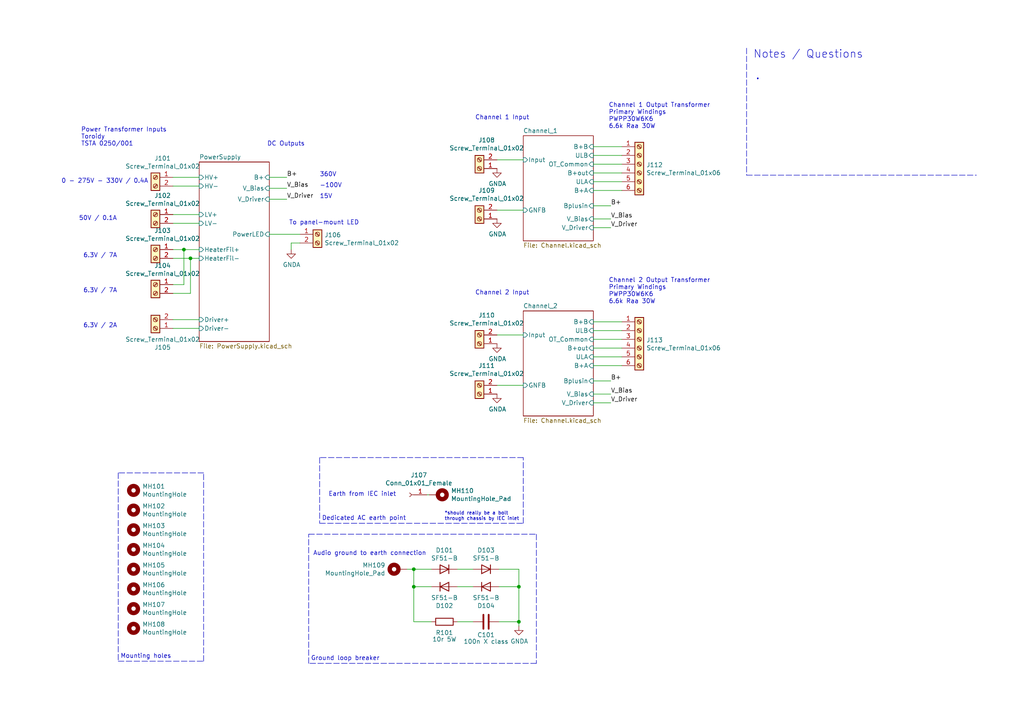
<source format=kicad_sch>
(kicad_sch (version 20211123) (generator eeschema)
  (paper "A4")
  (title_block (title "Baby Huey - \"Engineer's Version\"") (date "2021-04-25"))
  (lib_symbols
    (symbol "Connector:Conn_01x01_Female" (pin_names (offset 1.016) hide)
      (property "Reference" "J" (at 0 2.54 0))
      (property "Value" "Conn_01x01_Female" (at 0 -2.54 0))
      (symbol "Conn_01x01_Female_1_1"
        (polyline (pts (xy -1.27 0) (xy -0.508 0)) (stroke (width 0.1524)))
        (arc (start 0 0.508) (mid -0.508 0) (end 0 -0.508) (stroke (width 0.1524)))
        (pin passive line (at -5.08 0 0) (length 3.81) (name "Pin_1") (number "1"))
      )
    )
    (symbol "Connector:Screw_Terminal_01x02" (pin_names (offset 1.016) hide)
      (property "Reference" "J" (at 0 2.54 0))
      (property "Value" "Screw_Terminal_01x02" (at 0 -5.08 0))
      (symbol "Screw_Terminal_01x02_1_1"
        (rectangle (start -1.27 1.27) (end 1.27 -3.81) (stroke (width 0.254)) (fill (type background)))
        (circle (center 0 -2.54) (radius 0.635) (stroke (width 0.1524)))
        (polyline (pts (xy -0.5334 -2.2098) (xy 0.3302 -3.048)) (stroke (width 0.1524)))
        (polyline (pts (xy -0.5334 0.3302) (xy 0.3302 -0.508)) (stroke (width 0.1524)))
        (polyline (pts (xy -0.3556 -2.032) (xy 0.508 -2.8702)) (stroke (width 0.1524)))
        (polyline (pts (xy -0.3556 0.508) (xy 0.508 -0.3302)) (stroke (width 0.1524)))
        (circle (center 0 0) (radius 0.635) (stroke (width 0.1524)))
        (pin passive line (at -5.08 0 0) (length 3.81) (name "Pin_1") (number "1"))
        (pin passive line (at -5.08 -2.54 0) (length 3.81) (name "Pin_2") (number "2"))
      )
    )
    (symbol "Connector:Screw_Terminal_01x06" (pin_names (offset 1.016) hide)
      (property "Reference" "J" (at 0 7.62 0))
      (property "Value" "Screw_Terminal_01x06" (at 0 -10.16 0))
      (symbol "Screw_Terminal_01x06_1_1"
        (rectangle (start -1.27 6.35) (end 1.27 -8.89) (stroke (width 0.254)) (fill (type background)))
        (circle (center 0 -7.62) (radius 0.635) (stroke (width 0.1524)))
        (circle (center 0 -5.08) (radius 0.635) (stroke (width 0.1524)))
        (circle (center 0 -2.54) (radius 0.635) (stroke (width 0.1524)))
        (polyline (pts (xy -0.5334 -7.2898) (xy 0.3302 -8.128)) (stroke (width 0.1524)))
        (polyline (pts (xy -0.5334 -4.7498) (xy 0.3302 -5.588)) (stroke (width 0.1524)))
        (polyline (pts (xy -0.5334 -2.2098) (xy 0.3302 -3.048)) (stroke (width 0.1524)))
        (polyline (pts (xy -0.5334 0.3302) (xy 0.3302 -0.508)) (stroke (width 0.1524)))
        (polyline (pts (xy -0.5334 2.8702) (xy 0.3302 2.032)) (stroke (width 0.1524)))
        (polyline (pts (xy -0.5334 5.4102) (xy 0.3302 4.572)) (stroke (width 0.1524)))
        (polyline (pts (xy -0.3556 -7.112) (xy 0.508 -7.9502)) (stroke (width 0.1524)))
        (polyline (pts (xy -0.3556 -4.572) (xy 0.508 -5.4102)) (stroke (width 0.1524)))
        (polyline (pts (xy -0.3556 -2.032) (xy 0.508 -2.8702)) (stroke (width 0.1524)))
        (polyline (pts (xy -0.3556 0.508) (xy 0.508 -0.3302)) (stroke (width 0.1524)))
        (polyline (pts (xy -0.3556 3.048) (xy 0.508 2.2098)) (stroke (width 0.1524)))
        (polyline (pts (xy -0.3556 5.588) (xy 0.508 4.7498)) (stroke (width 0.1524)))
        (circle (center 0 0) (radius 0.635) (stroke (width 0.1524)))
        (circle (center 0 2.54) (radius 0.635) (stroke (width 0.1524)))
        (circle (center 0 5.08) (radius 0.635) (stroke (width 0.1524)))
        (pin passive line (at -5.08 5.08 0) (length 3.81) (name "Pin_1") (number "1"))
        (pin passive line (at -5.08 2.54 0) (length 3.81) (name "Pin_2") (number "2"))
        (pin passive line (at -5.08 0 0) (length 3.81) (name "Pin_3") (number "3"))
        (pin passive line (at -5.08 -2.54 0) (length 3.81) (name "Pin_4") (number "4"))
        (pin passive line (at -5.08 -5.08 0) (length 3.81) (name "Pin_5") (number "5"))
        (pin passive line (at -5.08 -7.62 0) (length 3.81) (name "Pin_6") (number "6"))
      )
    )
    (symbol "Device:C" (pin_numbers hide) (pin_names (offset 0.254))
      (property "Reference" "C" (at 0.635 2.54 0))
      (property "Value" "C" (at 0.635 -2.54 0))
      (symbol "C_0_1"
        (polyline (pts (xy -2.032 -0.762) (xy 2.032 -0.762)) (stroke (width 0.508)))
        (polyline (pts (xy -2.032 0.762) (xy 2.032 0.762)) (stroke (width 0.508)))
      )
      (symbol "C_1_1"
        (pin passive line (at 0 3.81 270) (length 2.794) (name "~") (number "1"))
        (pin passive line (at 0 -3.81 90) (length 2.794) (name "~") (number "2"))
      )
    )
    (symbol "Device:D" (pin_numbers hide) (pin_names (offset 1.016) hide)
      (property "Reference" "D" (at 0 2.54 0))
      (property "Value" "D" (at 0 -2.54 0))
      (symbol "D_0_1"
        (polyline (pts (xy -1.27 1.27) (xy -1.27 -1.27)) (stroke (width 0.254)))
        (polyline (pts (xy 1.27 0) (xy -1.27 0)))
        (polyline (pts (xy 1.27 1.27) (xy 1.27 -1.27) (xy -1.27 0) (xy 1.27 1.27)) (stroke (width 0.254)))
      )
      (symbol "D_1_1"
        (pin passive line (at -3.81 0 0) (length 2.54) (name "K") (number "1"))
        (pin passive line (at 3.81 0 180) (length 2.54) (name "A") (number "2"))
      )
    )
    (symbol "Device:R" (pin_numbers hide) (pin_names (offset 0))
      (property "Reference" "R" (at 2.032 0 90))
      (property "Value" "R" (at 0 0 90))
      (symbol "R_0_1"
        (rectangle (start -1.016 -2.54) (end 1.016 2.54) (stroke (width 0.254)))
      )
      (symbol "R_1_1"
        (pin passive line (at 0 3.81 270) (length 1.27) (name "~") (number "1"))
        (pin passive line (at 0 -3.81 90) (length 1.27) (name "~") (number "2"))
      )
    )
    (symbol "Mechanical:MountingHole" (pin_names (offset 1.016))
      (property "Reference" "H" (at 0 5.08 0))
      (property "Value" "MountingHole" (at 0 3.175 0))
      (symbol "MountingHole_0_1"
        (circle (center 0 0) (radius 1.27) (stroke (width 1.27)))
      )
    )
    (symbol "Mechanical:MountingHole_Pad" (pin_numbers hide) (pin_names (offset 1.016) hide)
      (property "Reference" "H" (at 0 6.35 0))
      (property "Value" "MountingHole_Pad" (at 0 4.445 0))
      (symbol "MountingHole_Pad_0_1"
        (circle (center 0 1.27) (radius 1.27) (stroke (width 1.27)))
      )
      (symbol "MountingHole_Pad_1_1"
        (pin input line (at 0 -2.54 90) (length 2.54) (name "1") (number "1"))
      )
    )
    (symbol "power:GNDA" (power) (pin_names (offset 0))
      (property "Value" "GNDA" (at 0 -3.81 0))
      (symbol "GNDA_0_1"
        (polyline (pts (xy 0 0) (xy 0 -1.27) (xy 1.27 -1.27) (xy 0 -2.54) (xy -1.27 -1.27) (xy 0 -1.27)))
      )
      (symbol "GNDA_1_1"
        (pin power_in line (at 0 0 270) (length 0) hide (name "GNDA") (number "1"))
      )
    )
  )
  (junction (at 55.245 74.93))
  (junction (at 150.495 180.34))
  (junction (at 120.015 170.18))
  (junction (at 120.015 165.1))
  (junction (at 53.34 72.39))
  (junction (at 150.495 170.18))
  (polyline (pts (xy 59.055 137.16) (xy 34.29 137.16)))
  (wire (pts (xy 144.78 165.1) (xy 150.495 165.1)))
  (wire (pts (xy 78.105 51.435) (xy 83.185 51.435)))
  (wire (pts (xy 120.015 170.18) (xy 125.095 170.18)))
  (wire (pts (xy 78.105 57.785) (xy 83.185 57.785)))
  (wire (pts (xy 50.165 92.71) (xy 57.785 92.71)))
  (wire (pts (xy 120.015 180.34) (xy 125.095 180.34)))
  (wire (pts (xy 144.145 46.355) (xy 151.765 46.355)))
  (polyline (pts (xy 216.535 50.8) (xy 283.21 50.8)))
  (wire (pts (xy 180.34 106.045) (xy 172.085 106.045)))
  (wire (pts (xy 172.085 116.84) (xy 177.165 116.84)))
  (polyline (pts (xy 34.29 137.16) (xy 34.29 191.77)))
  (wire (pts (xy 55.245 74.93) (xy 50.165 74.93)))
  (wire (pts (xy 120.015 165.1) (xy 118.11 165.1)))
  (wire (pts (xy 57.785 74.93) (xy 55.245 74.93)))
  (wire (pts (xy 50.165 64.77) (xy 57.785 64.77)))
  (wire (pts (xy 132.715 180.34) (xy 137.16 180.34)))
  (wire (pts (xy 180.34 50.165) (xy 172.085 50.165)))
  (wire (pts (xy 177.165 110.49) (xy 172.085 110.49)))
  (wire (pts (xy 50.165 95.25) (xy 57.785 95.25)))
  (wire (pts (xy 132.715 170.18) (xy 137.16 170.18)))
  (wire (pts (xy 55.245 85.09) (xy 55.245 74.93)))
  (wire (pts (xy 50.165 82.55) (xy 53.34 82.55)))
  (wire (pts (xy 84.455 72.39) (xy 84.455 70.485)))
  (wire (pts (xy 172.085 95.885) (xy 180.34 95.885)))
  (polyline (pts (xy 155.575 154.94) (xy 155.575 192.405)))
  (polyline (pts (xy 89.535 154.94) (xy 155.575 154.94)))
  (wire (pts (xy 144.145 97.155) (xy 151.765 97.155)))
  (wire (pts (xy 50.165 85.09) (xy 55.245 85.09)))
  (polyline (pts (xy 151.765 132.715) (xy 92.71 132.715)))
  (wire (pts (xy 172.085 98.425) (xy 180.34 98.425)))
  (wire (pts (xy 78.105 67.945) (xy 86.995 67.945)))
  (wire (pts (xy 144.145 111.76) (xy 151.765 111.76)))
  (wire (pts (xy 120.015 165.1) (xy 120.015 170.18)))
  (wire (pts (xy 172.085 47.625) (xy 180.34 47.625)))
  (wire (pts (xy 144.145 60.96) (xy 151.765 60.96)))
  (wire (pts (xy 132.715 165.1) (xy 137.16 165.1)))
  (wire (pts (xy 172.085 52.705) (xy 180.34 52.705)))
  (wire (pts (xy 50.165 72.39) (xy 53.34 72.39)))
  (wire (pts (xy 144.78 180.34) (xy 150.495 180.34)))
  (wire (pts (xy 53.34 82.55) (xy 53.34 72.39)))
  (polyline (pts (xy 92.71 151.765) (xy 151.765 151.765)))
  (wire (pts (xy 144.78 170.18) (xy 150.495 170.18)))
  (polyline (pts (xy 89.535 192.405) (xy 89.535 154.94)))
  (polyline (pts (xy 34.29 191.77) (xy 59.055 191.77)))
  (polyline (pts (xy 59.055 191.77) (xy 59.055 137.16)))
  (wire (pts (xy 177.165 114.3) (xy 172.085 114.3)))
  (wire (pts (xy 78.105 54.61) (xy 83.185 54.61)))
  (wire (pts (xy 120.015 170.18) (xy 120.015 180.34)))
  (polyline (pts (xy 151.765 151.765) (xy 151.765 132.715)))
  (wire (pts (xy 123.825 143.51) (xy 124.46 143.51)))
  (wire (pts (xy 57.785 62.23) (xy 50.165 62.23)))
  (wire (pts (xy 50.165 53.975) (xy 57.785 53.975)))
  (wire (pts (xy 172.085 103.505) (xy 180.34 103.505)))
  (wire (pts (xy 180.34 55.245) (xy 172.085 55.245)))
  (wire (pts (xy 177.165 59.69) (xy 172.085 59.69)))
  (wire (pts (xy 150.495 165.1) (xy 150.495 170.18)))
  (polyline (pts (xy 155.575 192.405) (xy 89.535 192.405)))
  (wire (pts (xy 177.165 66.04) (xy 172.085 66.04)))
  (wire (pts (xy 172.085 45.085) (xy 180.34 45.085)))
  (wire (pts (xy 53.34 72.39) (xy 57.785 72.39)))
  (polyline (pts (xy 92.71 132.715) (xy 92.71 151.765)))
  (polyline (pts (xy 216.535 13.97) (xy 216.535 50.8)))
  (wire (pts (xy 180.34 93.345) (xy 172.085 93.345)))
  (wire (pts (xy 50.165 51.435) (xy 57.785 51.435)))
  (wire (pts (xy 84.455 70.485) (xy 86.995 70.485)))
  (wire (pts (xy 180.34 42.545) (xy 172.085 42.545)))
  (wire (pts (xy 150.495 180.34) (xy 150.495 181.61)))
  (wire (pts (xy 125.095 165.1) (xy 120.015 165.1)))
  (wire (pts (xy 150.495 180.34) (xy 150.495 170.18)))
  (wire (pts (xy 180.34 100.965) (xy 172.085 100.965)))
  (wire (pts (xy 172.085 63.5) (xy 177.165 63.5)))
  (text "-100V" (at 92.71 54.61 0) (effects (font (size 1.27 1.27)) (justify left bottom)))
  (text "DC Outputs" (at 77.47 42.545 0) (effects (font (size 1.27 1.27)) (justify left bottom)))
  (text "Ground loop breaker" (at 90.17 191.77 0) (effects (font (size 1.27 1.27)) (justify left bottom)))
  (text "Channel 2 Input" (at 137.795 85.725 0) (effects (font (size 1.27 1.27)) (justify left bottom)))
  (text "• " (at 219.075 23.495 0) (effects (font (size 0.9906 0.9906)) (justify left bottom)))
  (text "0 - 275V - 330V / 0.4A" (at 17.78 53.34 0) (effects (font (size 1.27 1.27)) (justify left bottom)))
  (text "Channel 1 Output Transformer\nPrimary Windings\nPWPP30W6K6\n6.6k Raa 30W" (at 176.53 37.465 0) (effects (font (size 1.27 1.27)) (justify left bottom)))
  (text "Earth from IEC inlet" (at 95.25 144.145 0) (effects (font (size 1.27 1.27)) (justify left bottom)))
  (text "Notes / Questions" (at 218.44 17.145 0) (effects (font (size 2.2606 2.2606)) (justify left bottom)))
  (text "360V" (at 92.71 51.435 0) (effects (font (size 1.27 1.27)) (justify left bottom)))
  (text "To panel-mount LED" (at 83.82 65.405 0) (effects (font (size 1.27 1.27)) (justify left bottom)))
  (text "6.3V / 7A" (at 24.13 85.09 0) (effects (font (size 1.27 1.27)) (justify left bottom)))
  (text "15V" (at 92.71 57.785 0) (effects (font (size 1.27 1.27)) (justify left bottom)))
  (text "Channel 1 Input" (at 137.795 34.925 0) (effects (font (size 1.27 1.27)) (justify left bottom)))
  (text "50V / 0.1A" (at 22.86 64.135 0) (effects (font (size 1.27 1.27)) (justify left bottom)))
  (text "6.3V / 2A" (at 24.13 95.25 0) (effects (font (size 1.27 1.27)) (justify left bottom)))
  (text "Audio ground to earth connection" (at 90.805 161.29 0) (effects (font (size 1.27 1.27)) (justify left bottom)))
  (text "Power Transformer Inputs\nToroidy\nTSTA 0250/001" (at 23.495 42.545 0) (effects (font (size 1.27 1.27)) (justify left bottom)))
  (text "*should really be a bolt\nthrough chassis by IEC inlet" (at 128.905 151.13 0) (effects (font (size 0.9906 0.9906)) (justify left bottom)))
  (text "Dedicated AC earth point" (at 93.345 151.13 0) (effects (font (size 1.27 1.27)) (justify left bottom)))
  (text "6.3V / 7A" (at 24.13 74.93 0) (effects (font (size 1.27 1.27)) (justify left bottom)))
  (text "Mounting holes" (at 34.925 191.135 0) (effects (font (size 1.27 1.27)) (justify left bottom)))
  (text "Channel 2 Output Transformer\nPrimary Windings\nPWPP30W6K6\n6.6k Raa 30W" (at 176.53 88.265 0) (effects (font (size 1.27 1.27)) (justify left bottom)))
  (label "V_Driver" (at 177.165 116.84 0))
  (label "V_Bias" (at 177.165 114.3 0))
  (label "B+" (at 177.165 110.49 0))
  (label "V_Bias" (at 83.185 54.61 0))
  (label "B+" (at 177.165 59.69 0))
  (label "B+" (at 83.185 51.435 0))
  (label "V_Bias" (at 177.165 63.5 0))
  (label "V_Driver" (at 83.185 57.785 0))
  (label "V_Driver" (at 177.165 66.04 0))
  (symbol (lib_id "Mechanical:MountingHole") (at 38.735 159.385 0) (unit 1) (in_bom no)
    (property "Reference" "MH104" (at 41.275 158.2166 0) (effects (justify left)))
    (property "Value" "MountingHole" (at 41.275 160.528 0) (effects (justify left)))
    (property "Footprint" "MountingHole:MountingHole_3.2mm_M3" (effects hide))
  )
  (symbol (lib_id "Mechanical:MountingHole") (at 38.735 165.1 0) (unit 1) (in_bom no)
    (property "Reference" "MH105" (at 41.275 163.9316 0) (effects (justify left)))
    (property "Value" "MountingHole" (at 41.275 166.243 0) (effects (justify left)))
    (property "Footprint" "MountingHole:MountingHole_3.2mm_M3" (effects hide))
  )
  (symbol (lib_id "Mechanical:MountingHole") (at 38.735 170.815 0) (unit 1) (in_bom no)
    (property "Reference" "MH106" (at 41.275 169.6466 0) (effects (justify left)))
    (property "Value" "MountingHole" (at 41.275 171.958 0) (effects (justify left)))
    (property "Footprint" "MountingHole:MountingHole_3.2mm_M3" (effects hide))
  )
  (symbol (lib_id "Device:R") (at 128.905 180.34 270) (mirror x) (unit 1)
    (property "Reference" "R101" (at 128.905 183.515 90))
    (property "Value" "10r 5W" (at 128.905 185.42 90))
    (property "Footprint" "Resistor_THT:R_Axial_Power_L25.0mm_W9.0mm_P30.48mm" (effects hide))
    (property "mpn" "RS00510R00FE73" (effects hide))
  )
  (symbol (lib_id "Device:C") (at 140.97 180.34 90) (unit 1)
    (property "Reference" "C101" (at 140.97 184.15 90))
    (property "Value" "100n X class" (at 140.97 186.055 90))
    (property "Footprint" "Capacitor_THT:C_Rect_L18.0mm_W6.0mm_P15.00mm_FKS3_FKP3" (effects hide))
    (property "mpn" "R463I315040H2M" (effects hide))
  )
  (symbol (lib_id "Connector:Screw_Terminal_01x02") (at 92.075 67.945 0) (unit 1)
    (property "Reference" "J106" (at 94.107 68.1482 0) (effects (justify left)))
    (property "Value" "Screw_Terminal_01x02" (at 94.107 70.4596 0) (effects (justify left)))
    (property "Footprint" "TerminalBlock_Phoenix:TerminalBlock_Phoenix_PT-1,5-2-5.0-H_1x02_P5.00mm_Horizontal" (effects hide))
    (property "mpn" "5441537" (effects hide))
  )
  (symbol (lib_id "Connector:Screw_Terminal_01x06") (at 185.42 47.625 0) (unit 1)
    (property "Reference" "J112" (at 187.452 47.8282 0) (effects (justify left)))
    (property "Value" "Screw_Terminal_01x06" (at 187.452 50.1396 0) (effects (justify left)))
    (property "Footprint" "TerminalBlock_RND:TerminalBlock_RND_205-00302_1x06_P10.00mm_Horizontal" (effects hide))
    (property "mpn" "282838-6" (effects hide))
  )
  (symbol (lib_id "Connector:Screw_Terminal_01x02") (at 139.065 48.895 180) (unit 1)
    (property "Reference" "J108" (at 141.1478 40.64 0))
    (property "Value" "Screw_Terminal_01x02" (at 141.1478 42.9514 0))
    (property "Footprint" "TerminalBlock_Phoenix:TerminalBlock_Phoenix_PT-1,5-2-5.0-H_1x02_P5.00mm_Horizontal" (effects hide))
    (property "mpn" "5441537" (effects hide))
  )
  (symbol (lib_id "Connector:Screw_Terminal_01x02") (at 139.065 63.5 180) (unit 1)
    (property "Reference" "J109" (at 141.1478 55.245 0))
    (property "Value" "Screw_Terminal_01x02" (at 141.1478 57.5564 0))
    (property "Footprint" "TerminalBlock_Phoenix:TerminalBlock_Phoenix_PT-1,5-2-5.0-H_1x02_P5.00mm_Horizontal" (effects hide))
    (property "mpn" "5441537" (effects hide))
  )
  (symbol (lib_id "Connector:Screw_Terminal_01x02") (at 45.085 51.435 0) (mirror y) (unit 1)
    (property "Reference" "J101" (at 47.1678 45.9232 0))
    (property "Value" "Screw_Terminal_01x02" (at 47.1678 48.2346 0))
    (property "Footprint" "TerminalBlock_Phoenix:TerminalBlock_Phoenix_PT-1,5-2-5.0-H_1x02_P5.00mm_Horizontal" (effects hide))
    (property "mpn" "5441537" (effects hide))
  )
  (symbol (lib_id "Connector:Screw_Terminal_01x02") (at 45.085 62.23 0) (mirror y) (unit 1)
    (property "Reference" "J102" (at 47.1678 56.7182 0))
    (property "Value" "Screw_Terminal_01x02" (at 47.1678 59.0296 0))
    (property "Footprint" "TerminalBlock_Phoenix:TerminalBlock_Phoenix_PT-1,5-2-5.0-H_1x02_P5.00mm_Horizontal" (effects hide))
    (property "mpn" "5441537" (effects hide))
  )
  (symbol (lib_id "Connector:Screw_Terminal_01x02") (at 45.085 72.39 0) (mirror y) (unit 1)
    (property "Reference" "J103" (at 47.1678 66.8782 0))
    (property "Value" "Screw_Terminal_01x02" (at 47.1678 69.1896 0))
    (property "Footprint" "TerminalBlock_Phoenix:TerminalBlock_Phoenix_PT-1,5-2-5.0-H_1x02_P5.00mm_Horizontal" (effects hide))
    (property "mpn" "5441537" (effects hide))
  )
  (symbol (lib_id "Connector:Screw_Terminal_01x02") (at 45.085 82.55 0) (mirror y) (unit 1)
    (property "Reference" "J104" (at 47.1678 77.0382 0))
    (property "Value" "Screw_Terminal_01x02" (at 47.1678 79.3496 0))
    (property "Footprint" "TerminalBlock_Phoenix:TerminalBlock_Phoenix_PT-1,5-2-5.0-H_1x02_P5.00mm_Horizontal" (effects hide))
    (property "mpn" "5441537" (effects hide))
  )
  (symbol (lib_id "Connector:Screw_Terminal_01x02") (at 45.085 95.25 180) (unit 1)
    (property "Reference" "J105" (at 47.1678 100.7618 0))
    (property "Value" "Screw_Terminal_01x02" (at 47.1678 98.4504 0))
    (property "Footprint" "TerminalBlock_Phoenix:TerminalBlock_Phoenix_PT-1,5-2-5.0-H_1x02_P5.00mm_Horizontal" (effects hide))
    (property "mpn" "5441537" (effects hide))
  )
  (symbol (lib_id "power:GNDA") (at 144.145 99.695 0) (unit 1)
    (property "Reference" "#PWR0104" (effects hide))
    (property "Value" "GNDA" (at 144.272 104.0892 0))
  )
  (symbol (lib_id "power:GNDA") (at 144.145 114.3 0) (unit 1)
    (property "Reference" "#PWR0105" (effects hide))
    (property "Value" "GNDA" (at 144.272 118.6942 0))
  )
  (symbol (lib_id "Connector:Screw_Terminal_01x06") (at 185.42 98.425 0) (unit 1)
    (property "Reference" "J113" (at 187.452 98.6282 0) (effects (justify left)))
    (property "Value" "Screw_Terminal_01x06" (at 187.452 100.9396 0) (effects (justify left)))
    (property "Footprint" "TerminalBlock_RND:TerminalBlock_RND_205-00302_1x06_P10.00mm_Horizontal" (effects hide))
    (property "mpn" "282838-6" (effects hide))
  )
  (symbol (lib_id "Connector:Screw_Terminal_01x02") (at 139.065 99.695 180) (unit 1)
    (property "Reference" "J110" (at 141.1478 91.44 0))
    (property "Value" "Screw_Terminal_01x02" (at 141.1478 93.7514 0))
    (property "Footprint" "TerminalBlock_Phoenix:TerminalBlock_Phoenix_PT-1,5-2-5.0-H_1x02_P5.00mm_Horizontal" (effects hide))
    (property "mpn" "5441537" (effects hide))
  )
  (symbol (lib_id "Connector:Screw_Terminal_01x02") (at 139.065 114.3 180) (unit 1)
    (property "Reference" "J111" (at 141.1478 106.045 0))
    (property "Value" "Screw_Terminal_01x02" (at 141.1478 108.3564 0))
    (property "Footprint" "TerminalBlock_Phoenix:TerminalBlock_Phoenix_PT-1,5-2-5.0-H_1x02_P5.00mm_Horizontal" (effects hide))
    (property "mpn" "5441537" (effects hide))
  )
  (symbol (lib_id "Connector:Conn_01x01_Female") (at 118.745 143.51 180) (unit 1) (in_bom no)
    (property "Reference" "J107" (at 121.4882 137.795 0))
    (property "Value" "Conn_01x01_Female" (at 121.4882 140.1064 0))
    (property "Footprint" "Connector_Wire:SolderWire-1.5sqmm_1x01_D1.7mm_OD3mm" (effects hide))
  )
  (symbol (lib_id "power:GNDA") (at 84.455 72.39 0) (unit 1)
    (property "Reference" "#PWR0101" (effects hide))
    (property "Value" "GNDA" (at 84.582 76.7842 0))
  )
  (symbol (lib_id "Device:D") (at 128.905 165.1 180) (unit 1)
    (property "Reference" "D101" (at 128.905 159.5882 0))
    (property "Value" "SF51-B" (at 128.905 161.8996 0))
    (property "Footprint" "Diode_THT:D_DO-201AD_P15.24mm_Horizontal" (effects hide))
    (property "mpn" "SF51-B" (effects hide))
  )
  (symbol (lib_id "Device:D") (at 140.97 165.1 180) (unit 1)
    (property "Reference" "D103" (at 140.97 159.5882 0))
    (property "Value" "SF51-B" (at 140.97 161.8996 0))
    (property "Footprint" "Diode_THT:D_DO-201AD_P15.24mm_Horizontal" (effects hide))
    (property "mpn" "SF51-B" (effects hide))
  )
  (symbol (lib_id "Device:D") (at 140.97 170.18 0) (unit 1)
    (property "Reference" "D104" (at 140.97 175.6918 0))
    (property "Value" "SF51-B" (at 140.97 173.3804 0))
    (property "Footprint" "Diode_THT:D_DO-201AD_P15.24mm_Horizontal" (effects hide))
    (property "mpn" "SF51-B" (effects hide))
  )
  (symbol (lib_id "Device:D") (at 128.905 170.18 0) (unit 1)
    (property "Reference" "D102" (at 128.905 175.6918 0))
    (property "Value" "SF51-B" (at 128.905 173.3804 0))
    (property "Footprint" "Diode_THT:D_DO-201AD_P15.24mm_Horizontal" (effects hide))
    (property "mpn" "SF51-B" (effects hide))
  )
  (symbol (lib_id "power:GNDA") (at 150.495 181.61 0) (unit 1)
    (property "Reference" "#PWR0106" (effects hide))
    (property "Value" "GNDA" (at 150.622 186.0042 0))
  )
  (symbol (lib_id "Mechanical:MountingHole_Pad") (at 115.57 165.1 90) (mirror x) (unit 1) (in_bom no)
    (property "Reference" "MH109" (at 111.76 163.9316 90) (effects (justify left)))
    (property "Value" "MountingHole_Pad" (at 111.76 166.243 90) (effects (justify left)))
    (property "Footprint" "MountingHole:MountingHole_3.2mm_M3_Pad_Via" (effects hide))
  )
  (symbol (lib_id "power:GNDA") (at 144.145 48.895 0) (unit 1)
    (property "Reference" "#PWR0102" (effects hide))
    (property "Value" "GNDA" (at 144.272 53.2892 0))
  )
  (symbol (lib_id "power:GNDA") (at 144.145 63.5 0) (unit 1)
    (property "Reference" "#PWR0103" (effects hide))
    (property "Value" "GNDA" (at 144.272 67.8942 0))
  )
  (symbol (lib_id "Mechanical:MountingHole_Pad") (at 127 143.51 270) (unit 1) (in_bom no)
    (property "Reference" "MH110" (at 130.81 142.3416 90) (effects (justify left)))
    (property "Value" "MountingHole_Pad" (at 130.81 144.653 90) (effects (justify left)))
    (property "Footprint" "MountingHole:MountingHole_3.2mm_M3_Pad_Via" (effects hide))
  )
  (symbol (lib_id "Mechanical:MountingHole") (at 38.735 142.24 0) (unit 1) (in_bom no)
    (property "Reference" "MH101" (at 41.275 141.0716 0) (effects (justify left)))
    (property "Value" "MountingHole" (at 41.275 143.383 0) (effects (justify left)))
    (property "Footprint" "MountingHole:MountingHole_3.2mm_M3" (effects hide))
  )
  (symbol (lib_id "Mechanical:MountingHole") (at 38.735 147.955 0) (unit 1) (in_bom no)
    (property "Reference" "MH102" (at 41.275 146.7866 0) (effects (justify left)))
    (property "Value" "MountingHole" (at 41.275 149.098 0) (effects (justify left)))
    (property "Footprint" "MountingHole:MountingHole_3.2mm_M3" (effects hide))
  )
  (symbol (lib_id "Mechanical:MountingHole") (at 38.735 153.67 0) (unit 1) (in_bom no)
    (property "Reference" "MH103" (at 41.275 152.5016 0) (effects (justify left)))
    (property "Value" "MountingHole" (at 41.275 154.813 0) (effects (justify left)))
    (property "Footprint" "MountingHole:MountingHole_3.2mm_M3" (effects hide))
  )
  (symbol (lib_id "Mechanical:MountingHole") (at 38.735 176.53 0) (unit 1) (in_bom no)
    (property "Reference" "MH107" (at 41.275 175.3616 0) (effects (justify left)))
    (property "Value" "MountingHole" (at 41.275 177.673 0) (effects (justify left)))
    (property "Footprint" "MountingHole:MountingHole_3.2mm_M3" (effects hide))
  )
  (symbol (lib_id "Mechanical:MountingHole") (at 38.735 182.245 0) (unit 1) (in_bom no)
    (property "Reference" "MH108" (at 41.275 181.0766 0) (effects (justify left)))
    (property "Value" "MountingHole" (at 41.275 183.388 0) (effects (justify left)))
    (property "Footprint" "MountingHole:MountingHole_3.2mm_M3" (effects hide))
  )
  (sheet (at 151.765 39.37) (size 20.32 30.48)
    (property "Sheet name" "Channel_1" (at 151.765 38.6584 0) (effects (justify left bottom)))
    (property "Sheet file" "Channel.kicad_sch" (at 151.765 70.4346 0) (effects (justify left top)))
    (pin "B+A" input (at 172.085 55.245 0))
    (pin "B+B" input (at 172.085 42.545 0))
    (pin "ULA" input (at 172.085 52.705 0))
    (pin "ULB" input (at 172.085 45.085 0))
    (pin "Input" input (at 151.765 46.355 180))
    (pin "B+out" input (at 172.085 50.165 0))
    (pin "GNFB" input (at 151.765 60.96 180))
    (pin "V_Bias" input (at 172.085 63.5 0))
    (pin "V_Driver" input (at 172.085 66.04 0))
    (pin "OT_Common" input (at 172.085 47.625 0))
    (pin "Bplusin" input (at 172.085 59.69 0))
  )
  (sheet (at 151.765 90.17) (size 20.32 30.48)
    (property "Sheet name" "Channel_2" (at 151.765 89.4584 0) (effects (justify left bottom)))
    (property "Sheet file" "Channel.kicad_sch" (at 151.765 121.2346 0) (effects (justify left top)))
    (pin "B+A" input (at 172.085 106.045 0))
    (pin "B+B" input (at 172.085 93.345 0))
    (pin "ULA" input (at 172.085 103.505 0))
    (pin "ULB" input (at 172.085 95.885 0))
    (pin "Input" input (at 151.765 97.155 180))
    (pin "B+out" input (at 172.085 100.965 0))
    (pin "GNFB" input (at 151.765 111.76 180))
    (pin "V_Bias" input (at 172.085 114.3 0))
    (pin "V_Driver" input (at 172.085 116.84 0))
    (pin "OT_Common" input (at 172.085 98.425 0))
    (pin "Bplusin" input (at 172.085 110.49 0))
  )
  (sheet (at 57.785 46.99) (size 20.32 52.07)
    (property "Sheet name" "PowerSupply" (at 57.785 46.2784 0) (effects (justify left bottom)))
    (property "Sheet file" "PowerSupply.kicad_sch" (at 57.785 99.6446 0) (effects (justify left top)))
    (pin "B+" input (at 78.105 51.435 0))
    (pin "V_Bias" input (at 78.105 54.61 0))
    (pin "V_Driver" input (at 78.105 57.785 0))
    (pin "HV+" input (at 57.785 51.435 180))
    (pin "HV-" input (at 57.785 53.975 180))
    (pin "LV+" input (at 57.785 62.23 180))
    (pin "LV-" input (at 57.785 64.77 180))
    (pin "Driver+" input (at 57.785 92.71 180))
    (pin "Driver-" input (at 57.785 95.25 180))
    (pin "HeaterFil+" input (at 57.785 72.39 180))
    (pin "HeaterFil-" input (at 57.785 74.93 180))
    (pin "PowerLED" input (at 78.105 67.945 0))
  )
)
</source>
